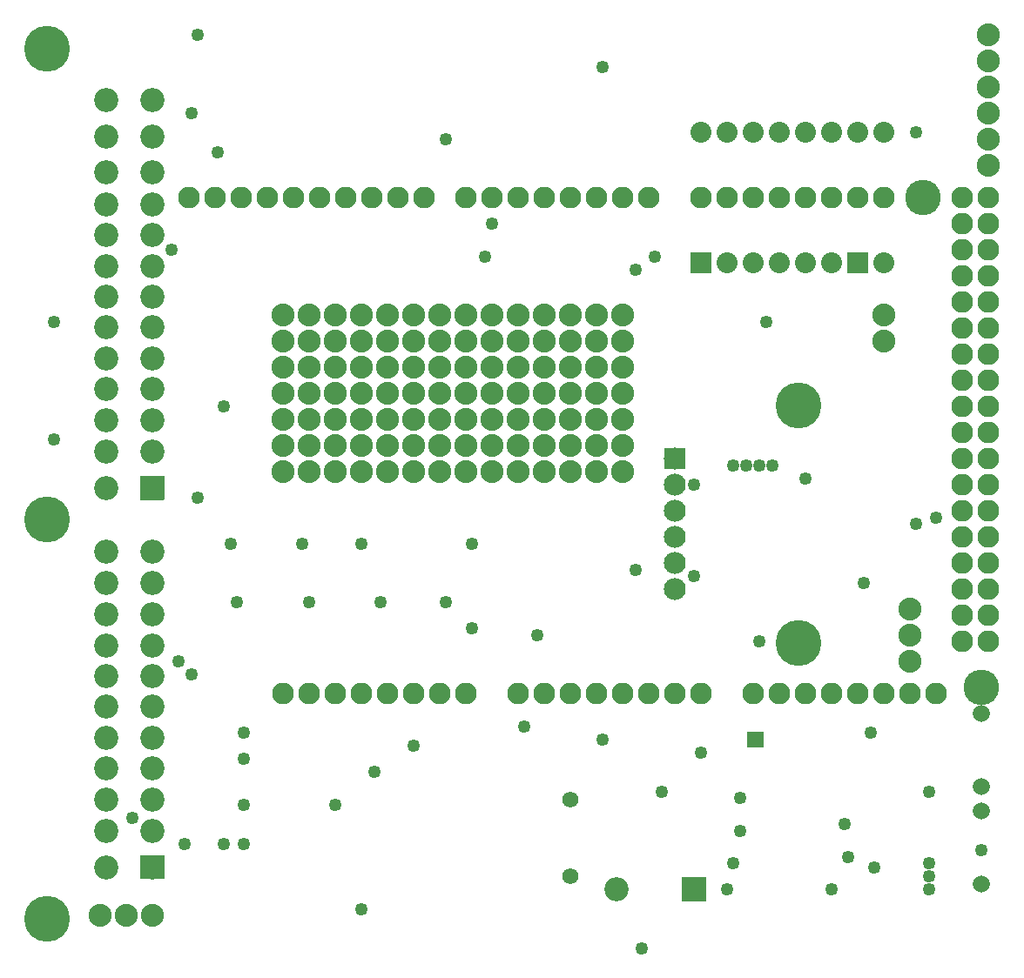
<source format=gbs>
G04 MADE WITH FRITZING*
G04 WWW.FRITZING.ORG*
G04 DOUBLE SIDED*
G04 HOLES PLATED*
G04 CONTOUR ON CENTER OF CONTOUR VECTOR*
%ASAXBY*%
%FSLAX23Y23*%
%MOIN*%
%OFA0B0*%
%SFA1.0B1.0*%
%ADD10C,0.049370*%
%ADD11C,0.082917*%
%ADD12C,0.088000*%
%ADD13C,0.065433*%
%ADD14C,0.084000*%
%ADD15C,0.175354*%
%ADD16C,0.092672*%
%ADD17C,0.080000*%
%ADD18C,0.135984*%
%ADD19C,0.092000*%
%ADD20C,0.061496*%
%ADD21R,0.035000X0.060000*%
%ADD22R,0.084000X0.084000*%
%ADD23R,0.080000X0.080000*%
%ADD24R,0.092000X0.092000*%
%ADD25R,0.001000X0.001000*%
%LNMASK0*%
G90*
G70*
G54D10*
X2541Y803D03*
X516Y703D03*
X1816Y1428D03*
X2941Y2603D03*
X2666Y1628D03*
X3766Y578D03*
X3191Y428D03*
X3091Y2003D03*
X2466Y203D03*
X3354Y512D03*
X3241Y678D03*
X2816Y528D03*
X2691Y953D03*
X2791Y428D03*
X1866Y2853D03*
X2841Y778D03*
X2841Y653D03*
X3256Y552D03*
X1891Y2978D03*
X841Y3253D03*
X941Y603D03*
X741Y3403D03*
X766Y3703D03*
X216Y2603D03*
X216Y2153D03*
X1816Y1753D03*
X2066Y1403D03*
X1391Y353D03*
X741Y1253D03*
X766Y1928D03*
X2816Y2053D03*
X2866Y2053D03*
X2916Y2053D03*
X2966Y2053D03*
G54D11*
X2991Y1178D03*
X1391Y1178D03*
X3091Y1178D03*
X3191Y1178D03*
X3291Y1178D03*
X3391Y1178D03*
X3691Y2578D03*
X3491Y1178D03*
X3591Y1178D03*
X1431Y3078D03*
X1991Y1178D03*
X2091Y1178D03*
X2191Y1178D03*
X2291Y1178D03*
X3691Y1778D03*
X2391Y1178D03*
X2491Y1178D03*
X2591Y1178D03*
X2691Y1178D03*
X2191Y3078D03*
X3691Y2978D03*
X3691Y2178D03*
X3691Y1378D03*
X1031Y3078D03*
X1791Y1178D03*
X1791Y3078D03*
X3691Y2778D03*
X3691Y2378D03*
X3691Y1978D03*
X3391Y3078D03*
X3691Y1578D03*
X3291Y3078D03*
X3191Y3078D03*
X3091Y3078D03*
X2991Y3078D03*
X2891Y3078D03*
X2791Y3078D03*
X2691Y3078D03*
X831Y3078D03*
X1231Y3078D03*
X1631Y3078D03*
X1191Y1178D03*
X1591Y1178D03*
X2391Y3078D03*
X1991Y3078D03*
X3691Y3078D03*
X3691Y2878D03*
X3691Y2678D03*
X3691Y2478D03*
X3691Y2278D03*
X3691Y2078D03*
X3691Y1878D03*
X3691Y1678D03*
X3691Y1478D03*
X731Y3078D03*
X931Y3078D03*
X1131Y3078D03*
X1331Y3078D03*
X1531Y3078D03*
X1091Y1178D03*
X1291Y1178D03*
X1491Y1178D03*
X1691Y1178D03*
X2491Y3078D03*
X2291Y3078D03*
X2091Y3078D03*
X1891Y3078D03*
X3791Y3078D03*
X3791Y2978D03*
X3791Y2878D03*
X3791Y2778D03*
X3791Y2678D03*
X3791Y2578D03*
X3791Y2478D03*
X3791Y2378D03*
X3791Y2278D03*
X3791Y2178D03*
X3791Y2078D03*
X3791Y1978D03*
X3791Y1878D03*
X3791Y1778D03*
X3791Y1678D03*
X3791Y1578D03*
X3791Y1478D03*
X3791Y1378D03*
X2891Y1178D03*
G54D10*
X3566Y803D03*
X2316Y1003D03*
G54D12*
X1291Y2428D03*
X2091Y2028D03*
X2091Y2428D03*
X1991Y2528D03*
X1891Y2528D03*
X1991Y2028D03*
X1891Y2028D03*
X1991Y2428D03*
X2091Y2528D03*
X2191Y2028D03*
X2391Y2528D03*
X2391Y2028D03*
X2191Y2428D03*
X2391Y2428D03*
X2291Y2528D03*
X1891Y2428D03*
X2291Y2028D03*
X2191Y2528D03*
X2291Y2428D03*
X1491Y2028D03*
X1491Y2428D03*
X1491Y2528D03*
X1391Y2528D03*
X1391Y2028D03*
X1291Y2528D03*
X1391Y2428D03*
X1291Y2028D03*
X1791Y2528D03*
X1691Y2028D03*
X1691Y2528D03*
X1791Y2028D03*
X1791Y2428D03*
X1591Y2428D03*
X1691Y2428D03*
X1591Y2528D03*
X1591Y2028D03*
X591Y328D03*
X491Y328D03*
X391Y328D03*
X1291Y2128D03*
X2091Y2128D03*
X2191Y2128D03*
X2391Y2128D03*
X1891Y2128D03*
X2291Y2128D03*
X1991Y2128D03*
X1491Y2128D03*
X1391Y2128D03*
X1591Y2128D03*
X1791Y2128D03*
X1691Y2128D03*
X1291Y2228D03*
X1991Y2228D03*
X1891Y2228D03*
X2091Y2228D03*
X2291Y2228D03*
X2191Y2228D03*
X2391Y2228D03*
X1391Y2228D03*
X1491Y2228D03*
X1791Y2228D03*
X1591Y2228D03*
X1691Y2228D03*
X1291Y2328D03*
X2091Y2328D03*
X2191Y2328D03*
X2291Y2328D03*
X2391Y2328D03*
X1991Y2328D03*
X1891Y2328D03*
X1391Y2328D03*
X1591Y2328D03*
X1491Y2328D03*
X1691Y2328D03*
X1791Y2328D03*
G54D10*
X3566Y478D03*
X3566Y428D03*
X3566Y528D03*
X2666Y1978D03*
X2441Y2803D03*
X1716Y3303D03*
X2316Y3578D03*
X3591Y1853D03*
X2441Y1653D03*
X666Y2878D03*
X1591Y978D03*
X1441Y878D03*
X1291Y753D03*
G54D13*
X3766Y1103D03*
X3766Y823D03*
G54D10*
X2016Y1053D03*
X3341Y1028D03*
G54D13*
X3766Y728D03*
X3766Y448D03*
G54D14*
X2593Y2078D03*
X2593Y1978D03*
X2593Y1878D03*
X2593Y1778D03*
X2593Y1678D03*
X2593Y1578D03*
G54D15*
X3065Y2283D03*
X3065Y1373D03*
G54D14*
X2593Y2078D03*
X2593Y1978D03*
X2593Y1878D03*
X2593Y1778D03*
X2593Y1678D03*
X2593Y1578D03*
G54D15*
X3065Y2283D03*
X3065Y1373D03*
G54D10*
X941Y1028D03*
X941Y928D03*
X866Y603D03*
X716Y603D03*
X941Y753D03*
G54D16*
X414Y514D03*
X414Y652D03*
X591Y652D03*
X414Y774D03*
X591Y774D03*
X414Y892D03*
X591Y892D03*
X414Y1010D03*
X591Y1010D03*
X414Y1128D03*
X591Y1128D03*
X414Y1246D03*
X591Y1246D03*
X414Y1364D03*
X591Y1364D03*
X414Y1482D03*
X591Y1482D03*
X414Y1601D03*
X591Y1601D03*
X414Y1722D03*
X591Y1722D03*
X414Y1966D03*
X414Y2105D03*
X591Y2105D03*
X414Y2226D03*
X591Y2226D03*
X414Y2345D03*
X591Y2345D03*
X414Y2463D03*
X591Y2463D03*
X414Y2581D03*
X591Y2581D03*
X414Y2699D03*
X591Y2699D03*
X414Y2817D03*
X591Y2817D03*
X414Y2936D03*
X591Y2936D03*
X414Y3054D03*
X591Y3054D03*
X414Y3176D03*
X591Y3176D03*
X414Y3313D03*
X591Y3313D03*
X414Y3451D03*
X591Y3451D03*
X591Y514D03*
X591Y1966D03*
G54D15*
X190Y315D03*
X190Y3650D03*
X190Y1845D03*
G54D16*
X414Y514D03*
X414Y652D03*
X591Y652D03*
X414Y774D03*
X591Y774D03*
X414Y892D03*
X591Y892D03*
X414Y1010D03*
X591Y1010D03*
X414Y1128D03*
X591Y1128D03*
X414Y1246D03*
X591Y1246D03*
X414Y1364D03*
X591Y1364D03*
X414Y1482D03*
X591Y1482D03*
X414Y1601D03*
X591Y1601D03*
X414Y1722D03*
X591Y1722D03*
X414Y1966D03*
X414Y2105D03*
X591Y2105D03*
X414Y2226D03*
X591Y2226D03*
X414Y2345D03*
X591Y2345D03*
X414Y2463D03*
X591Y2463D03*
X414Y2581D03*
X591Y2581D03*
X414Y2699D03*
X591Y2699D03*
X414Y2817D03*
X591Y2817D03*
X414Y2936D03*
X591Y2936D03*
X414Y3054D03*
X591Y3054D03*
X414Y3176D03*
X591Y3176D03*
X414Y3313D03*
X591Y3313D03*
X414Y3451D03*
X591Y3451D03*
X591Y514D03*
X591Y1966D03*
G54D15*
X190Y315D03*
X190Y3650D03*
X190Y1845D03*
G54D10*
X3316Y1603D03*
X2916Y1378D03*
X2516Y2853D03*
G54D17*
X3391Y3329D03*
X3391Y2829D03*
X3291Y3329D03*
X3291Y2829D03*
X3191Y3329D03*
X3191Y2829D03*
X3091Y3329D03*
X3091Y2829D03*
X2991Y3329D03*
X2991Y2829D03*
X2891Y3329D03*
X2891Y2829D03*
X2791Y3329D03*
X2791Y2829D03*
X2691Y3329D03*
X2691Y2829D03*
G54D10*
X3516Y1828D03*
G54D18*
X3766Y1203D03*
X3541Y3078D03*
G54D19*
X2666Y428D03*
X2368Y428D03*
G54D20*
X2191Y478D03*
X2191Y773D03*
G54D10*
X916Y1528D03*
X1191Y1528D03*
X1466Y1528D03*
X1716Y1528D03*
X691Y1303D03*
X866Y2278D03*
X1391Y1753D03*
X1166Y1753D03*
X891Y1753D03*
G54D12*
X3791Y3203D03*
X3791Y3303D03*
X3791Y3403D03*
X3791Y3503D03*
X3791Y3603D03*
X3791Y3703D03*
X3391Y2628D03*
X3391Y2528D03*
X3491Y1503D03*
X3491Y1403D03*
X3491Y1303D03*
X1091Y2628D03*
X1091Y2528D03*
X1091Y2428D03*
X1091Y2328D03*
X1091Y2228D03*
X1091Y2128D03*
X1091Y2028D03*
X1191Y2628D03*
X1191Y2528D03*
X1191Y2428D03*
X1191Y2328D03*
X1191Y2228D03*
X1191Y2128D03*
X1191Y2028D03*
X2391Y2628D03*
X1891Y2628D03*
X2091Y2628D03*
X1991Y2628D03*
X2291Y2628D03*
X2191Y2628D03*
X1491Y2628D03*
X1391Y2628D03*
X1291Y2628D03*
X1791Y2628D03*
X1691Y2628D03*
X1591Y2628D03*
G54D10*
X3516Y3328D03*
G54D21*
X2916Y1003D03*
X2884Y1003D03*
G54D22*
X2593Y2078D03*
X2593Y2078D03*
G54D23*
X2691Y2829D03*
X3291Y2829D03*
G54D24*
X2667Y428D03*
G54D25*
X545Y2013D02*
X636Y2013D01*
X545Y2012D02*
X637Y2012D01*
X545Y2011D02*
X637Y2011D01*
X545Y2010D02*
X637Y2010D01*
X545Y2009D02*
X637Y2009D01*
X545Y2008D02*
X637Y2008D01*
X545Y2007D02*
X637Y2007D01*
X545Y2006D02*
X637Y2006D01*
X545Y2005D02*
X637Y2005D01*
X545Y2004D02*
X637Y2004D01*
X545Y2003D02*
X637Y2003D01*
X545Y2002D02*
X637Y2002D01*
X545Y2001D02*
X637Y2001D01*
X545Y2000D02*
X637Y2000D01*
X545Y1999D02*
X637Y1999D01*
X545Y1998D02*
X637Y1998D01*
X545Y1997D02*
X637Y1997D01*
X545Y1996D02*
X637Y1996D01*
X545Y1995D02*
X637Y1995D01*
X545Y1994D02*
X637Y1994D01*
X545Y1993D02*
X637Y1993D01*
X545Y1992D02*
X637Y1992D01*
X545Y1991D02*
X637Y1991D01*
X545Y1990D02*
X637Y1990D01*
X545Y1989D02*
X637Y1989D01*
X545Y1988D02*
X637Y1988D01*
X545Y1987D02*
X637Y1987D01*
X545Y1986D02*
X637Y1986D01*
X545Y1985D02*
X637Y1985D01*
X545Y1984D02*
X588Y1984D01*
X593Y1984D02*
X637Y1984D01*
X545Y1983D02*
X584Y1983D01*
X598Y1983D02*
X637Y1983D01*
X545Y1982D02*
X582Y1982D01*
X600Y1982D02*
X637Y1982D01*
X545Y1981D02*
X580Y1981D01*
X601Y1981D02*
X637Y1981D01*
X545Y1980D02*
X579Y1980D01*
X602Y1980D02*
X637Y1980D01*
X545Y1979D02*
X578Y1979D01*
X603Y1979D02*
X637Y1979D01*
X545Y1978D02*
X577Y1978D01*
X604Y1978D02*
X637Y1978D01*
X545Y1977D02*
X576Y1977D01*
X605Y1977D02*
X637Y1977D01*
X545Y1976D02*
X576Y1976D01*
X606Y1976D02*
X637Y1976D01*
X545Y1975D02*
X575Y1975D01*
X606Y1975D02*
X637Y1975D01*
X545Y1974D02*
X574Y1974D01*
X607Y1974D02*
X637Y1974D01*
X545Y1973D02*
X574Y1973D01*
X607Y1973D02*
X637Y1973D01*
X545Y1972D02*
X574Y1972D01*
X608Y1972D02*
X637Y1972D01*
X545Y1971D02*
X573Y1971D01*
X608Y1971D02*
X637Y1971D01*
X545Y1970D02*
X573Y1970D01*
X608Y1970D02*
X637Y1970D01*
X545Y1969D02*
X573Y1969D01*
X608Y1969D02*
X637Y1969D01*
X545Y1968D02*
X573Y1968D01*
X608Y1968D02*
X637Y1968D01*
X545Y1967D02*
X573Y1967D01*
X608Y1967D02*
X637Y1967D01*
X545Y1966D02*
X573Y1966D01*
X608Y1966D02*
X637Y1966D01*
X545Y1965D02*
X573Y1965D01*
X608Y1965D02*
X637Y1965D01*
X545Y1964D02*
X573Y1964D01*
X608Y1964D02*
X637Y1964D01*
X545Y1963D02*
X573Y1963D01*
X608Y1963D02*
X637Y1963D01*
X545Y1962D02*
X574Y1962D01*
X608Y1962D02*
X637Y1962D01*
X545Y1961D02*
X574Y1961D01*
X607Y1961D02*
X637Y1961D01*
X545Y1960D02*
X574Y1960D01*
X607Y1960D02*
X637Y1960D01*
X545Y1959D02*
X575Y1959D01*
X606Y1959D02*
X637Y1959D01*
X545Y1958D02*
X575Y1958D01*
X606Y1958D02*
X637Y1958D01*
X545Y1957D02*
X576Y1957D01*
X605Y1957D02*
X637Y1957D01*
X545Y1956D02*
X577Y1956D01*
X604Y1956D02*
X637Y1956D01*
X545Y1955D02*
X578Y1955D01*
X603Y1955D02*
X637Y1955D01*
X545Y1954D02*
X579Y1954D01*
X602Y1954D02*
X637Y1954D01*
X545Y1953D02*
X580Y1953D01*
X601Y1953D02*
X637Y1953D01*
X545Y1952D02*
X582Y1952D01*
X600Y1952D02*
X637Y1952D01*
X545Y1951D02*
X584Y1951D01*
X598Y1951D02*
X637Y1951D01*
X545Y1950D02*
X588Y1950D01*
X594Y1950D02*
X637Y1950D01*
X545Y1949D02*
X637Y1949D01*
X545Y1948D02*
X637Y1948D01*
X545Y1947D02*
X637Y1947D01*
X545Y1946D02*
X637Y1946D01*
X545Y1945D02*
X637Y1945D01*
X545Y1944D02*
X637Y1944D01*
X545Y1943D02*
X637Y1943D01*
X545Y1942D02*
X637Y1942D01*
X545Y1941D02*
X637Y1941D01*
X545Y1940D02*
X637Y1940D01*
X545Y1939D02*
X637Y1939D01*
X545Y1938D02*
X637Y1938D01*
X545Y1937D02*
X637Y1937D01*
X545Y1936D02*
X637Y1936D01*
X545Y1935D02*
X637Y1935D01*
X545Y1934D02*
X637Y1934D01*
X545Y1933D02*
X637Y1933D01*
X545Y1932D02*
X637Y1932D01*
X545Y1931D02*
X637Y1931D01*
X545Y1930D02*
X637Y1930D01*
X545Y1929D02*
X637Y1929D01*
X545Y1928D02*
X637Y1928D01*
X545Y1927D02*
X637Y1927D01*
X545Y1926D02*
X637Y1926D01*
X545Y1925D02*
X637Y1925D01*
X545Y1924D02*
X637Y1924D01*
X545Y1923D02*
X637Y1923D01*
X545Y1922D02*
X637Y1922D01*
X545Y1921D02*
X636Y1921D01*
X545Y560D02*
X637Y560D01*
X545Y559D02*
X637Y559D01*
X545Y558D02*
X637Y558D01*
X545Y557D02*
X637Y557D01*
X545Y556D02*
X637Y556D01*
X545Y555D02*
X637Y555D01*
X545Y554D02*
X637Y554D01*
X545Y553D02*
X637Y553D01*
X545Y552D02*
X637Y552D01*
X545Y551D02*
X637Y551D01*
X545Y550D02*
X637Y550D01*
X545Y549D02*
X637Y549D01*
X545Y548D02*
X637Y548D01*
X545Y547D02*
X637Y547D01*
X545Y546D02*
X637Y546D01*
X545Y545D02*
X637Y545D01*
X545Y544D02*
X637Y544D01*
X545Y543D02*
X637Y543D01*
X545Y542D02*
X637Y542D01*
X545Y541D02*
X637Y541D01*
X545Y540D02*
X637Y540D01*
X545Y539D02*
X637Y539D01*
X545Y538D02*
X637Y538D01*
X545Y537D02*
X637Y537D01*
X545Y536D02*
X637Y536D01*
X545Y535D02*
X637Y535D01*
X545Y534D02*
X637Y534D01*
X545Y533D02*
X637Y533D01*
X545Y532D02*
X637Y532D01*
X545Y531D02*
X586Y531D01*
X596Y531D02*
X637Y531D01*
X545Y530D02*
X583Y530D01*
X599Y530D02*
X637Y530D01*
X545Y529D02*
X581Y529D01*
X600Y529D02*
X637Y529D01*
X545Y528D02*
X580Y528D01*
X602Y528D02*
X637Y528D01*
X545Y527D02*
X578Y527D01*
X603Y527D02*
X637Y527D01*
X545Y526D02*
X578Y526D01*
X604Y526D02*
X637Y526D01*
X545Y525D02*
X577Y525D01*
X605Y525D02*
X637Y525D01*
X545Y524D02*
X576Y524D01*
X606Y524D02*
X637Y524D01*
X545Y523D02*
X575Y523D01*
X606Y523D02*
X637Y523D01*
X545Y522D02*
X575Y522D01*
X607Y522D02*
X637Y522D01*
X545Y521D02*
X574Y521D01*
X607Y521D02*
X637Y521D01*
X545Y520D02*
X574Y520D01*
X607Y520D02*
X637Y520D01*
X545Y519D02*
X574Y519D01*
X608Y519D02*
X637Y519D01*
X545Y518D02*
X573Y518D01*
X608Y518D02*
X637Y518D01*
X545Y517D02*
X573Y517D01*
X608Y517D02*
X637Y517D01*
X545Y516D02*
X573Y516D01*
X608Y516D02*
X637Y516D01*
X545Y515D02*
X573Y515D01*
X608Y515D02*
X637Y515D01*
X545Y514D02*
X573Y514D01*
X608Y514D02*
X637Y514D01*
X545Y513D02*
X573Y513D01*
X608Y513D02*
X637Y513D01*
X545Y512D02*
X573Y512D01*
X608Y512D02*
X637Y512D01*
X545Y511D02*
X573Y511D01*
X608Y511D02*
X637Y511D01*
X545Y510D02*
X573Y510D01*
X608Y510D02*
X637Y510D01*
X545Y509D02*
X574Y509D01*
X608Y509D02*
X637Y509D01*
X545Y508D02*
X574Y508D01*
X607Y508D02*
X637Y508D01*
X545Y507D02*
X575Y507D01*
X607Y507D02*
X637Y507D01*
X545Y506D02*
X575Y506D01*
X606Y506D02*
X637Y506D01*
X545Y505D02*
X576Y505D01*
X606Y505D02*
X637Y505D01*
X545Y504D02*
X576Y504D01*
X605Y504D02*
X637Y504D01*
X545Y503D02*
X577Y503D01*
X604Y503D02*
X637Y503D01*
X545Y502D02*
X578Y502D01*
X603Y502D02*
X637Y502D01*
X545Y501D02*
X579Y501D01*
X602Y501D02*
X637Y501D01*
X545Y500D02*
X581Y500D01*
X600Y500D02*
X637Y500D01*
X545Y499D02*
X583Y499D01*
X599Y499D02*
X637Y499D01*
X545Y498D02*
X585Y498D01*
X596Y498D02*
X637Y498D01*
X545Y497D02*
X637Y497D01*
X545Y496D02*
X637Y496D01*
X545Y495D02*
X637Y495D01*
X545Y494D02*
X637Y494D01*
X545Y493D02*
X637Y493D01*
X545Y492D02*
X637Y492D01*
X545Y491D02*
X637Y491D01*
X545Y490D02*
X637Y490D01*
X545Y489D02*
X637Y489D01*
X545Y488D02*
X637Y488D01*
X545Y487D02*
X637Y487D01*
X545Y486D02*
X637Y486D01*
X545Y485D02*
X637Y485D01*
X545Y484D02*
X637Y484D01*
X545Y483D02*
X637Y483D01*
X545Y482D02*
X637Y482D01*
X545Y481D02*
X637Y481D01*
X545Y480D02*
X637Y480D01*
X545Y479D02*
X637Y479D01*
X545Y478D02*
X637Y478D01*
X545Y477D02*
X637Y477D01*
X545Y476D02*
X637Y476D01*
X545Y475D02*
X637Y475D01*
X545Y474D02*
X637Y474D01*
X545Y473D02*
X637Y473D01*
X545Y472D02*
X637Y472D01*
X545Y471D02*
X637Y471D01*
X545Y470D02*
X637Y470D01*
X545Y469D02*
X637Y469D01*
D02*
G04 End of Mask0*
M02*
</source>
